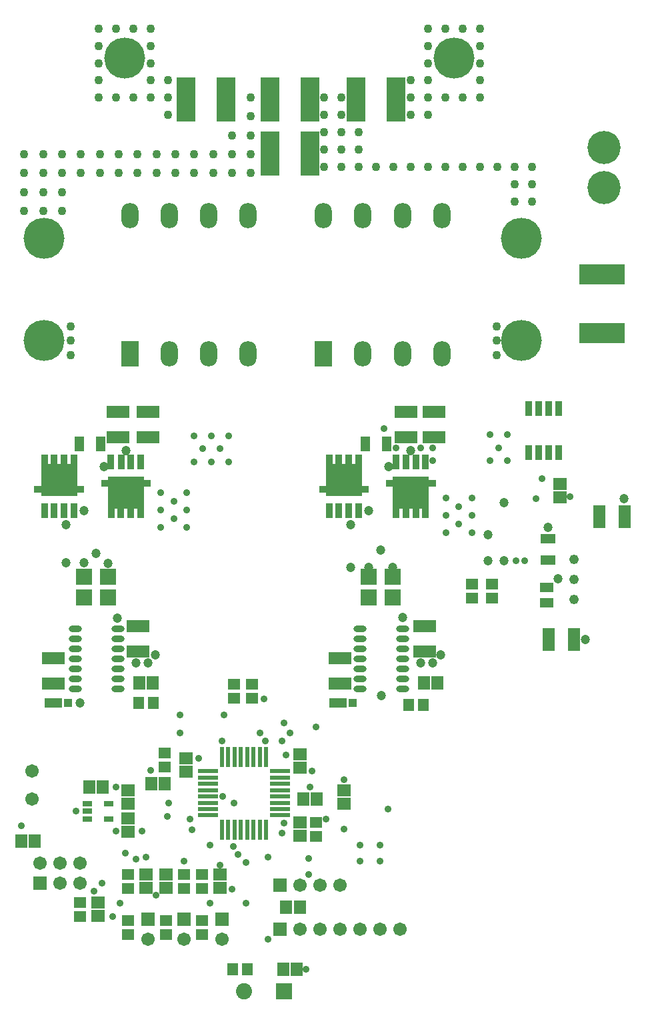
<source format=gts>
G04*
G04 #@! TF.GenerationSoftware,Altium Limited,Altium Designer,21.0.9 (235)*
G04*
G04 Layer_Color=8388736*
%FSLAX25Y25*%
%MOIN*%
G70*
G04*
G04 #@! TF.SameCoordinates,E5C10B9F-721F-4CD3-8270-1C0E1EB20485*
G04*
G04*
G04 #@! TF.FilePolarity,Negative*
G04*
G01*
G75*
%ADD39R,0.11430X0.05918*%
%ADD40R,0.06312X0.05524*%
%ADD41R,0.09461X0.22453*%
%ADD42R,0.06706X0.05131*%
%ADD43R,0.07493X0.05131*%
%ADD44R,0.06706X0.05918*%
%ADD45R,0.22847X0.09855*%
%ADD46R,0.04934X0.02965*%
%ADD47R,0.05918X0.06706*%
%ADD48R,0.05131X0.07493*%
%ADD49R,0.03360X0.07690*%
%ADD50R,0.18162X0.16154*%
%ADD51R,0.07300X0.03587*%
%ADD52R,0.03194X0.07300*%
%ADD53R,0.02375X0.10249*%
%ADD54R,0.10249X0.02375*%
%ADD55O,0.06509X0.03162*%
%ADD56R,0.05524X0.06312*%
%ADD57R,0.08083X0.08083*%
%ADD58R,0.08674X0.05131*%
%ADD59R,0.03950X0.03950*%
%ADD60R,0.05918X0.11430*%
%ADD61C,0.20485*%
%ADD62O,0.08674X0.12611*%
%ADD63R,0.08674X0.12611*%
%ADD64C,0.04800*%
%ADD65C,0.06706*%
%ADD66R,0.06706X0.06706*%
%ADD67C,0.16548*%
%ADD68C,0.08083*%
%ADD69C,0.04343*%
%ADD70C,0.04737*%
%ADD71C,0.03556*%
D39*
X444000Y368299D02*
D03*
Y355701D02*
D03*
X545000Y352299D02*
D03*
Y339701D02*
D03*
X587402Y355701D02*
D03*
Y368299D02*
D03*
X578000Y475299D02*
D03*
Y462701D02*
D03*
X592000Y475299D02*
D03*
Y462701D02*
D03*
X434000Y475299D02*
D03*
Y462701D02*
D03*
X449000Y475299D02*
D03*
Y462701D02*
D03*
X401520Y339701D02*
D03*
Y352299D02*
D03*
D40*
X501000Y339543D02*
D03*
Y332457D02*
D03*
X492000Y339543D02*
D03*
Y332457D02*
D03*
X476000Y221543D02*
D03*
Y214457D02*
D03*
X458000Y221543D02*
D03*
Y214457D02*
D03*
X439000Y221543D02*
D03*
Y214457D02*
D03*
Y237457D02*
D03*
Y244543D02*
D03*
X476000Y237457D02*
D03*
Y244543D02*
D03*
X467000Y237457D02*
D03*
Y244543D02*
D03*
X533000Y270543D02*
D03*
Y263457D02*
D03*
X415000Y230543D02*
D03*
Y223457D02*
D03*
X621000Y389543D02*
D03*
Y382457D02*
D03*
X611000Y382457D02*
D03*
Y389543D02*
D03*
X457346Y298000D02*
D03*
Y305087D02*
D03*
D41*
X529941Y604500D02*
D03*
X510059D02*
D03*
X468059Y631500D02*
D03*
X487941D02*
D03*
X510059D02*
D03*
X529941D02*
D03*
X553059D02*
D03*
X572941D02*
D03*
D42*
X648365Y380260D02*
D03*
Y387740D02*
D03*
D43*
X649000Y401385D02*
D03*
Y412015D02*
D03*
D44*
X655000Y439347D02*
D03*
Y432654D02*
D03*
X485000Y237653D02*
D03*
Y244346D02*
D03*
X439000Y286347D02*
D03*
Y279654D02*
D03*
X458000Y237653D02*
D03*
Y244346D02*
D03*
X448000D02*
D03*
Y237653D02*
D03*
X525000Y270346D02*
D03*
Y263653D02*
D03*
X424000Y230346D02*
D03*
Y223654D02*
D03*
X439000Y265653D02*
D03*
Y272346D02*
D03*
X468000Y302346D02*
D03*
Y295654D02*
D03*
X525000Y297654D02*
D03*
Y304346D02*
D03*
X547000Y279654D02*
D03*
Y286347D02*
D03*
D45*
X676000Y514933D02*
D03*
Y544067D02*
D03*
D46*
X429413Y279740D02*
D03*
Y272260D02*
D03*
X418587D02*
D03*
Y276000D02*
D03*
Y279740D02*
D03*
D47*
X426346Y288000D02*
D03*
X419654D02*
D03*
X587055Y340000D02*
D03*
X593748D02*
D03*
X444654D02*
D03*
X451346D02*
D03*
X524847Y228000D02*
D03*
X518153D02*
D03*
X516653Y197000D02*
D03*
X523347D02*
D03*
X385653Y261000D02*
D03*
X392347D02*
D03*
X450654Y289724D02*
D03*
X457346D02*
D03*
X533347Y282000D02*
D03*
X526653D02*
D03*
D48*
X557685Y459500D02*
D03*
X568315D02*
D03*
X414685D02*
D03*
X425315D02*
D03*
D49*
X654500Y454976D02*
D03*
X649500D02*
D03*
X644500D02*
D03*
X654500Y477024D02*
D03*
X639500D02*
D03*
X649500D02*
D03*
X644500D02*
D03*
X639500Y454976D02*
D03*
D50*
X580400Y435274D02*
D03*
X547000Y441326D02*
D03*
X438000Y435274D02*
D03*
X404600Y441326D02*
D03*
D51*
X589200Y439800D02*
D03*
X571600D02*
D03*
X555800Y436800D02*
D03*
X538200D02*
D03*
X446800Y439800D02*
D03*
X429200D02*
D03*
X395800Y436800D02*
D03*
X413400D02*
D03*
D52*
X587800Y426000D02*
D03*
X582900D02*
D03*
X577900D02*
D03*
X573000D02*
D03*
X587800Y450600D02*
D03*
X582900D02*
D03*
X578000D02*
D03*
X572900D02*
D03*
X554500Y426000D02*
D03*
X549400D02*
D03*
X544500D02*
D03*
X539600D02*
D03*
X554400Y450600D02*
D03*
X549500D02*
D03*
X544500D02*
D03*
X539600D02*
D03*
X445400Y426000D02*
D03*
X440500D02*
D03*
X435500D02*
D03*
X430600D02*
D03*
X445400Y450600D02*
D03*
X440500D02*
D03*
X435600D02*
D03*
X430500D02*
D03*
X397200D02*
D03*
X402100D02*
D03*
X407100D02*
D03*
X412000D02*
D03*
X397200Y426000D02*
D03*
X402100D02*
D03*
X407000D02*
D03*
X412100D02*
D03*
D53*
X508024Y266890D02*
D03*
X504874D02*
D03*
X501724D02*
D03*
X498575D02*
D03*
X495425D02*
D03*
X492276D02*
D03*
X489126D02*
D03*
X485976D02*
D03*
X485976Y303110D02*
D03*
X489126D02*
D03*
X492276D02*
D03*
X495425D02*
D03*
X498575D02*
D03*
X501724D02*
D03*
X504874D02*
D03*
X508024D02*
D03*
D54*
X478890Y273976D02*
D03*
Y277126D02*
D03*
Y280276D02*
D03*
X478890Y286575D02*
D03*
X478890Y289724D02*
D03*
Y292874D02*
D03*
Y296024D02*
D03*
X515110Y296024D02*
D03*
Y292874D02*
D03*
Y289724D02*
D03*
Y283425D02*
D03*
Y280276D02*
D03*
Y277126D02*
D03*
Y273976D02*
D03*
Y286575D02*
D03*
X478890Y283425D02*
D03*
D55*
X576402Y337000D02*
D03*
Y342000D02*
D03*
Y347000D02*
D03*
Y352000D02*
D03*
Y357000D02*
D03*
Y362000D02*
D03*
Y367000D02*
D03*
X554945Y337000D02*
D03*
Y342000D02*
D03*
Y347000D02*
D03*
Y352000D02*
D03*
Y357000D02*
D03*
Y362000D02*
D03*
Y367000D02*
D03*
X434000Y337000D02*
D03*
Y342000D02*
D03*
Y347000D02*
D03*
Y352000D02*
D03*
Y357000D02*
D03*
Y362000D02*
D03*
Y367000D02*
D03*
X412543Y337000D02*
D03*
Y342000D02*
D03*
Y347000D02*
D03*
Y352000D02*
D03*
Y357000D02*
D03*
Y362000D02*
D03*
Y367000D02*
D03*
D56*
X586543Y329000D02*
D03*
X579457D02*
D03*
X451543Y330000D02*
D03*
X444457D02*
D03*
X491457Y197000D02*
D03*
X498543D02*
D03*
D57*
X559402Y393216D02*
D03*
Y382784D02*
D03*
X571402Y393216D02*
D03*
Y382784D02*
D03*
X417000D02*
D03*
Y393216D02*
D03*
X429000D02*
D03*
Y382784D02*
D03*
X517000Y186000D02*
D03*
D58*
X543921Y330000D02*
D03*
X401520D02*
D03*
D59*
X551402D02*
D03*
X409000D02*
D03*
D60*
X687299Y423000D02*
D03*
X674701D02*
D03*
X662000Y361700D02*
D03*
X649402D02*
D03*
D61*
X602000Y652000D02*
D03*
X437500D02*
D03*
X635827Y562000D02*
D03*
Y511000D02*
D03*
X396850Y562000D02*
D03*
Y511000D02*
D03*
D62*
X479343Y573449D02*
D03*
X459657D02*
D03*
X479343Y504551D02*
D03*
X459657D02*
D03*
X439972Y573449D02*
D03*
X499028D02*
D03*
Y504551D02*
D03*
X595870Y504500D02*
D03*
Y573398D02*
D03*
X536815D02*
D03*
X556500Y504500D02*
D03*
X576185D02*
D03*
X556500Y573398D02*
D03*
X576185D02*
D03*
D63*
X439972Y504551D02*
D03*
X536815Y504500D02*
D03*
D64*
X662000Y401700D02*
D03*
Y381700D02*
D03*
Y391700D02*
D03*
D65*
X486000Y212000D02*
D03*
X467000D02*
D03*
X449000D02*
D03*
X391000Y296000D02*
D03*
Y282000D02*
D03*
X415000Y240000D02*
D03*
X405000Y250000D02*
D03*
Y240000D02*
D03*
X395000Y250000D02*
D03*
X415000D02*
D03*
X545000Y239000D02*
D03*
X535000D02*
D03*
X525000D02*
D03*
X535000Y217000D02*
D03*
X545000D02*
D03*
X555000D02*
D03*
X565000D02*
D03*
X575000D02*
D03*
X525000D02*
D03*
D66*
X449000Y222000D02*
D03*
X486000D02*
D03*
X467000D02*
D03*
X395000Y240000D02*
D03*
X515000Y239000D02*
D03*
Y217000D02*
D03*
D67*
X677000Y587500D02*
D03*
Y607500D02*
D03*
D68*
X497000Y186000D02*
D03*
D69*
X396551Y575750D02*
D03*
X443795Y604097D02*
D03*
X387102Y575750D02*
D03*
X472142Y604097D02*
D03*
X481591Y594648D02*
D03*
X387102Y604097D02*
D03*
X443795Y594648D02*
D03*
X500488Y622994D02*
D03*
X410500Y518250D02*
D03*
X453244Y594648D02*
D03*
X387102D02*
D03*
X410500Y503750D02*
D03*
X406000Y594648D02*
D03*
X491039D02*
D03*
X396551D02*
D03*
X500488D02*
D03*
Y632443D02*
D03*
X415449Y594648D02*
D03*
X462693Y604097D02*
D03*
Y594648D02*
D03*
X472142D02*
D03*
X434346D02*
D03*
X424898D02*
D03*
X500488Y604097D02*
D03*
X623500Y511000D02*
D03*
X406000Y575750D02*
D03*
Y604097D02*
D03*
X623500Y518250D02*
D03*
X406000Y585199D02*
D03*
X500488Y613545D02*
D03*
X396551Y604097D02*
D03*
X387102Y585199D02*
D03*
X491039Y604097D02*
D03*
X424898D02*
D03*
X481591D02*
D03*
X415449D02*
D03*
X396551Y585199D02*
D03*
X410500Y511000D02*
D03*
X453244Y604097D02*
D03*
X491039Y613545D02*
D03*
X623500Y503750D02*
D03*
X434346Y604097D02*
D03*
X554331Y597638D02*
D03*
X640945Y580315D02*
D03*
X632284D02*
D03*
X545670Y597638D02*
D03*
Y614961D02*
D03*
X537008Y623622D02*
D03*
Y606299D02*
D03*
X545670Y632284D02*
D03*
Y606299D02*
D03*
Y623622D02*
D03*
X554331Y614961D02*
D03*
X537008Y597638D02*
D03*
Y614961D02*
D03*
Y632284D02*
D03*
X554331Y606299D02*
D03*
X614961Y666929D02*
D03*
Y658268D02*
D03*
Y649607D02*
D03*
Y640945D02*
D03*
Y632284D02*
D03*
X606299Y666929D02*
D03*
Y632284D02*
D03*
X597638Y666929D02*
D03*
Y632284D02*
D03*
X588977Y666929D02*
D03*
Y658268D02*
D03*
Y649607D02*
D03*
Y640945D02*
D03*
Y632284D02*
D03*
Y623622D02*
D03*
X580315Y640945D02*
D03*
Y632284D02*
D03*
Y623622D02*
D03*
X459055Y640945D02*
D03*
Y632284D02*
D03*
Y623622D02*
D03*
X450394Y666929D02*
D03*
Y658268D02*
D03*
Y649607D02*
D03*
Y640945D02*
D03*
Y632284D02*
D03*
X441732Y666929D02*
D03*
Y632284D02*
D03*
X433071Y666929D02*
D03*
Y632284D02*
D03*
X424410Y666929D02*
D03*
Y658268D02*
D03*
Y649607D02*
D03*
Y640945D02*
D03*
Y632284D02*
D03*
X640945Y597638D02*
D03*
Y588977D02*
D03*
X632284Y597638D02*
D03*
Y588977D02*
D03*
X623622Y597638D02*
D03*
X614961D02*
D03*
X606299D02*
D03*
X597638D02*
D03*
X588977D02*
D03*
X580315D02*
D03*
X571654D02*
D03*
X562992D02*
D03*
D70*
X565500Y406500D02*
D03*
X619000Y401000D02*
D03*
X654000Y392000D02*
D03*
X649000Y417700D02*
D03*
X687000Y432000D02*
D03*
X627000Y430000D02*
D03*
Y401000D02*
D03*
X550402Y397672D02*
D03*
X559402D02*
D03*
X571402D02*
D03*
X417000Y426000D02*
D03*
X433574Y372415D02*
D03*
X565522Y333703D02*
D03*
X569400Y448000D02*
D03*
X667685Y361700D02*
D03*
X619000Y414000D02*
D03*
X580402Y456000D02*
D03*
X452801Y354050D02*
D03*
X559400Y426000D02*
D03*
X576275Y372858D02*
D03*
X585402Y350000D02*
D03*
X591402D02*
D03*
X595402Y354000D02*
D03*
X550402Y419000D02*
D03*
X449000Y350000D02*
D03*
X443000D02*
D03*
X408000Y400000D02*
D03*
X417000D02*
D03*
X429000Y399727D02*
D03*
X422845Y404845D02*
D03*
X408000Y419000D02*
D03*
X427000Y448000D02*
D03*
X438000Y456000D02*
D03*
X415000Y330000D02*
D03*
D71*
X573000Y457500D02*
D03*
X385653Y268847D02*
D03*
X431500Y223500D02*
D03*
X486425Y283425D02*
D03*
X458543Y273543D02*
D03*
X459500Y280276D02*
D03*
X446000Y265982D02*
D03*
X433000Y266000D02*
D03*
X437778Y255276D02*
D03*
X474346Y302346D02*
D03*
X450500Y296500D02*
D03*
X494000Y254500D02*
D03*
X509000Y253000D02*
D03*
X491638Y258362D02*
D03*
X497958Y230000D02*
D03*
Y250500D02*
D03*
X529500Y252500D02*
D03*
X547000Y267000D02*
D03*
X565000Y251000D02*
D03*
X555000D02*
D03*
X529500Y244500D02*
D03*
X509000Y212000D02*
D03*
X485000Y249000D02*
D03*
X487000Y324000D02*
D03*
X492022Y280000D02*
D03*
X517000Y320000D02*
D03*
X533000Y318000D02*
D03*
X465000Y324000D02*
D03*
X520000Y315000D02*
D03*
X507773Y311000D02*
D03*
X516000D02*
D03*
X518000Y304000D02*
D03*
X505000Y315000D02*
D03*
X567000Y467000D02*
D03*
X643000Y431969D02*
D03*
X646000Y442000D02*
D03*
X637472Y401000D02*
D03*
X660000Y433000D02*
D03*
X633000Y401000D02*
D03*
X453000Y234000D02*
D03*
X491000Y237000D02*
D03*
X547000Y291898D02*
D03*
X528000Y197000D02*
D03*
X426000Y240000D02*
D03*
X422000Y236000D02*
D03*
X448000Y253000D02*
D03*
X471071Y266929D02*
D03*
X443000Y252000D02*
D03*
X470000Y272000D02*
D03*
X480000Y230000D02*
D03*
X435000D02*
D03*
X433000Y288000D02*
D03*
X413035Y276000D02*
D03*
X538000Y272262D02*
D03*
X530000Y288000D02*
D03*
X530979Y296021D02*
D03*
X517000Y270000D02*
D03*
X568962Y276962D02*
D03*
X516000Y265000D02*
D03*
X467000Y251000D02*
D03*
X480000Y259000D02*
D03*
X565000D02*
D03*
X555000D02*
D03*
X465000Y315140D02*
D03*
X486000Y311000D02*
D03*
X585500Y457500D02*
D03*
X591500Y451000D02*
D03*
Y457500D02*
D03*
X507000Y332000D02*
D03*
X598000Y432411D02*
D03*
Y423706D02*
D03*
Y415000D02*
D03*
X611000Y432411D02*
D03*
Y423706D02*
D03*
Y415000D02*
D03*
X604500Y428059D02*
D03*
Y419353D02*
D03*
X624353Y457500D02*
D03*
X628706Y464000D02*
D03*
X620000D02*
D03*
X628706Y451000D02*
D03*
X620000D02*
D03*
X476294Y457000D02*
D03*
X485000D02*
D03*
X480647Y450500D02*
D03*
X471941D02*
D03*
X489353D02*
D03*
X480647Y463500D02*
D03*
X471941D02*
D03*
X489353D02*
D03*
X462000Y422000D02*
D03*
X468500Y426353D02*
D03*
Y435059D02*
D03*
X462000Y430706D02*
D03*
X468500Y417647D02*
D03*
X455500Y426353D02*
D03*
Y435059D02*
D03*
Y417647D02*
D03*
M02*

</source>
